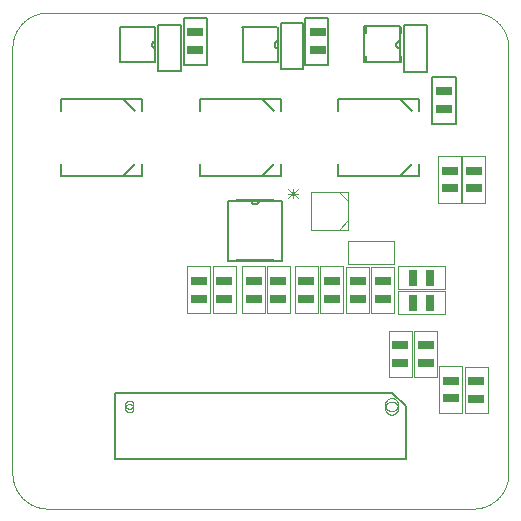
<source format=gbo>
G75*
%MOIN*%
%OFA0B0*%
%FSLAX25Y25*%
%IPPOS*%
%LPD*%
%AMOC8*
5,1,8,0,0,1.08239X$1,22.5*
%
%ADD10C,0.00000*%
%ADD11C,0.00591*%
%ADD12C,0.00600*%
%ADD13C,0.00300*%
%ADD14R,0.05512X0.02559*%
%ADD15R,0.02559X0.05512*%
D10*
X0013311Y0018636D02*
X0155043Y0018636D01*
X0155328Y0018639D01*
X0155614Y0018650D01*
X0155899Y0018667D01*
X0156183Y0018691D01*
X0156467Y0018722D01*
X0156750Y0018760D01*
X0157031Y0018805D01*
X0157312Y0018856D01*
X0157592Y0018914D01*
X0157870Y0018979D01*
X0158146Y0019051D01*
X0158420Y0019129D01*
X0158693Y0019214D01*
X0158963Y0019306D01*
X0159231Y0019404D01*
X0159497Y0019508D01*
X0159760Y0019619D01*
X0160020Y0019736D01*
X0160278Y0019859D01*
X0160532Y0019989D01*
X0160783Y0020125D01*
X0161031Y0020266D01*
X0161275Y0020414D01*
X0161516Y0020567D01*
X0161752Y0020727D01*
X0161985Y0020892D01*
X0162214Y0021062D01*
X0162439Y0021238D01*
X0162659Y0021420D01*
X0162875Y0021606D01*
X0163086Y0021798D01*
X0163293Y0021995D01*
X0163495Y0022197D01*
X0163692Y0022404D01*
X0163884Y0022615D01*
X0164070Y0022831D01*
X0164252Y0023051D01*
X0164428Y0023276D01*
X0164598Y0023505D01*
X0164763Y0023738D01*
X0164923Y0023974D01*
X0165076Y0024215D01*
X0165224Y0024459D01*
X0165365Y0024707D01*
X0165501Y0024958D01*
X0165631Y0025212D01*
X0165754Y0025470D01*
X0165871Y0025730D01*
X0165982Y0025993D01*
X0166086Y0026259D01*
X0166184Y0026527D01*
X0166276Y0026797D01*
X0166361Y0027070D01*
X0166439Y0027344D01*
X0166511Y0027620D01*
X0166576Y0027898D01*
X0166634Y0028178D01*
X0166685Y0028459D01*
X0166730Y0028740D01*
X0166768Y0029023D01*
X0166799Y0029307D01*
X0166823Y0029591D01*
X0166840Y0029876D01*
X0166851Y0030162D01*
X0166854Y0030447D01*
X0166854Y0172179D01*
X0166851Y0172464D01*
X0166840Y0172750D01*
X0166823Y0173035D01*
X0166799Y0173319D01*
X0166768Y0173603D01*
X0166730Y0173886D01*
X0166685Y0174167D01*
X0166634Y0174448D01*
X0166576Y0174728D01*
X0166511Y0175006D01*
X0166439Y0175282D01*
X0166361Y0175556D01*
X0166276Y0175829D01*
X0166184Y0176099D01*
X0166086Y0176367D01*
X0165982Y0176633D01*
X0165871Y0176896D01*
X0165754Y0177156D01*
X0165631Y0177414D01*
X0165501Y0177668D01*
X0165365Y0177919D01*
X0165224Y0178167D01*
X0165076Y0178411D01*
X0164923Y0178652D01*
X0164763Y0178888D01*
X0164598Y0179121D01*
X0164428Y0179350D01*
X0164252Y0179575D01*
X0164070Y0179795D01*
X0163884Y0180011D01*
X0163692Y0180222D01*
X0163495Y0180429D01*
X0163293Y0180631D01*
X0163086Y0180828D01*
X0162875Y0181020D01*
X0162659Y0181206D01*
X0162439Y0181388D01*
X0162214Y0181564D01*
X0161985Y0181734D01*
X0161752Y0181899D01*
X0161516Y0182059D01*
X0161275Y0182212D01*
X0161031Y0182360D01*
X0160783Y0182501D01*
X0160532Y0182637D01*
X0160278Y0182767D01*
X0160020Y0182890D01*
X0159760Y0183007D01*
X0159497Y0183118D01*
X0159231Y0183222D01*
X0158963Y0183320D01*
X0158693Y0183412D01*
X0158420Y0183497D01*
X0158146Y0183575D01*
X0157870Y0183647D01*
X0157592Y0183712D01*
X0157312Y0183770D01*
X0157031Y0183821D01*
X0156750Y0183866D01*
X0156467Y0183904D01*
X0156183Y0183935D01*
X0155899Y0183959D01*
X0155614Y0183976D01*
X0155328Y0183987D01*
X0155043Y0183990D01*
X0013311Y0183990D01*
X0013026Y0183987D01*
X0012740Y0183976D01*
X0012455Y0183959D01*
X0012171Y0183935D01*
X0011887Y0183904D01*
X0011604Y0183866D01*
X0011323Y0183821D01*
X0011042Y0183770D01*
X0010762Y0183712D01*
X0010484Y0183647D01*
X0010208Y0183575D01*
X0009934Y0183497D01*
X0009661Y0183412D01*
X0009391Y0183320D01*
X0009123Y0183222D01*
X0008857Y0183118D01*
X0008594Y0183007D01*
X0008334Y0182890D01*
X0008076Y0182767D01*
X0007822Y0182637D01*
X0007571Y0182501D01*
X0007323Y0182360D01*
X0007079Y0182212D01*
X0006838Y0182059D01*
X0006602Y0181899D01*
X0006369Y0181734D01*
X0006140Y0181564D01*
X0005915Y0181388D01*
X0005695Y0181206D01*
X0005479Y0181020D01*
X0005268Y0180828D01*
X0005061Y0180631D01*
X0004859Y0180429D01*
X0004662Y0180222D01*
X0004470Y0180011D01*
X0004284Y0179795D01*
X0004102Y0179575D01*
X0003926Y0179350D01*
X0003756Y0179121D01*
X0003591Y0178888D01*
X0003431Y0178652D01*
X0003278Y0178411D01*
X0003130Y0178167D01*
X0002989Y0177919D01*
X0002853Y0177668D01*
X0002723Y0177414D01*
X0002600Y0177156D01*
X0002483Y0176896D01*
X0002372Y0176633D01*
X0002268Y0176367D01*
X0002170Y0176099D01*
X0002078Y0175829D01*
X0001993Y0175556D01*
X0001915Y0175282D01*
X0001843Y0175006D01*
X0001778Y0174728D01*
X0001720Y0174448D01*
X0001669Y0174167D01*
X0001624Y0173886D01*
X0001586Y0173603D01*
X0001555Y0173319D01*
X0001531Y0173035D01*
X0001514Y0172750D01*
X0001503Y0172464D01*
X0001500Y0172179D01*
X0001500Y0030447D01*
X0001503Y0030162D01*
X0001514Y0029876D01*
X0001531Y0029591D01*
X0001555Y0029307D01*
X0001586Y0029023D01*
X0001624Y0028740D01*
X0001669Y0028459D01*
X0001720Y0028178D01*
X0001778Y0027898D01*
X0001843Y0027620D01*
X0001915Y0027344D01*
X0001993Y0027070D01*
X0002078Y0026797D01*
X0002170Y0026527D01*
X0002268Y0026259D01*
X0002372Y0025993D01*
X0002483Y0025730D01*
X0002600Y0025470D01*
X0002723Y0025212D01*
X0002853Y0024958D01*
X0002989Y0024707D01*
X0003130Y0024459D01*
X0003278Y0024215D01*
X0003431Y0023974D01*
X0003591Y0023738D01*
X0003756Y0023505D01*
X0003926Y0023276D01*
X0004102Y0023051D01*
X0004284Y0022831D01*
X0004470Y0022615D01*
X0004662Y0022404D01*
X0004859Y0022197D01*
X0005061Y0021995D01*
X0005268Y0021798D01*
X0005479Y0021606D01*
X0005695Y0021420D01*
X0005915Y0021238D01*
X0006140Y0021062D01*
X0006369Y0020892D01*
X0006602Y0020727D01*
X0006838Y0020567D01*
X0007079Y0020414D01*
X0007323Y0020266D01*
X0007571Y0020125D01*
X0007822Y0019989D01*
X0008076Y0019859D01*
X0008334Y0019736D01*
X0008594Y0019619D01*
X0008857Y0019508D01*
X0009123Y0019404D01*
X0009391Y0019306D01*
X0009661Y0019214D01*
X0009934Y0019129D01*
X0010208Y0019051D01*
X0010484Y0018979D01*
X0010762Y0018914D01*
X0011042Y0018856D01*
X0011323Y0018805D01*
X0011604Y0018760D01*
X0011887Y0018722D01*
X0012171Y0018691D01*
X0012455Y0018667D01*
X0012740Y0018650D01*
X0013026Y0018639D01*
X0013311Y0018636D01*
X0039098Y0052100D02*
X0039100Y0052174D01*
X0039106Y0052248D01*
X0039116Y0052321D01*
X0039130Y0052394D01*
X0039147Y0052466D01*
X0039169Y0052536D01*
X0039194Y0052606D01*
X0039223Y0052674D01*
X0039256Y0052740D01*
X0039292Y0052805D01*
X0039332Y0052867D01*
X0039374Y0052928D01*
X0039420Y0052986D01*
X0039469Y0053041D01*
X0039521Y0053094D01*
X0039576Y0053144D01*
X0039633Y0053190D01*
X0039693Y0053234D01*
X0039755Y0053274D01*
X0039819Y0053311D01*
X0039885Y0053345D01*
X0039953Y0053375D01*
X0040022Y0053401D01*
X0040093Y0053424D01*
X0040164Y0053442D01*
X0040237Y0053457D01*
X0040310Y0053468D01*
X0040384Y0053475D01*
X0040458Y0053478D01*
X0040531Y0053477D01*
X0040605Y0053472D01*
X0040679Y0053463D01*
X0040752Y0053450D01*
X0040824Y0053433D01*
X0040895Y0053413D01*
X0040965Y0053388D01*
X0041033Y0053360D01*
X0041100Y0053329D01*
X0041165Y0053293D01*
X0041228Y0053255D01*
X0041289Y0053213D01*
X0041348Y0053167D01*
X0041404Y0053119D01*
X0041457Y0053068D01*
X0041507Y0053014D01*
X0041555Y0052957D01*
X0041599Y0052898D01*
X0041641Y0052836D01*
X0041679Y0052773D01*
X0041713Y0052707D01*
X0041744Y0052640D01*
X0041771Y0052571D01*
X0041794Y0052501D01*
X0041814Y0052430D01*
X0041830Y0052357D01*
X0041842Y0052284D01*
X0041850Y0052211D01*
X0041854Y0052137D01*
X0041854Y0052063D01*
X0041850Y0051989D01*
X0041842Y0051916D01*
X0041830Y0051843D01*
X0041814Y0051770D01*
X0041794Y0051699D01*
X0041771Y0051629D01*
X0041744Y0051560D01*
X0041713Y0051493D01*
X0041679Y0051427D01*
X0041641Y0051364D01*
X0041599Y0051302D01*
X0041555Y0051243D01*
X0041507Y0051186D01*
X0041457Y0051132D01*
X0041404Y0051081D01*
X0041348Y0051033D01*
X0041289Y0050987D01*
X0041228Y0050945D01*
X0041165Y0050907D01*
X0041100Y0050871D01*
X0041033Y0050840D01*
X0040965Y0050812D01*
X0040895Y0050787D01*
X0040824Y0050767D01*
X0040752Y0050750D01*
X0040679Y0050737D01*
X0040605Y0050728D01*
X0040531Y0050723D01*
X0040458Y0050722D01*
X0040384Y0050725D01*
X0040310Y0050732D01*
X0040237Y0050743D01*
X0040164Y0050758D01*
X0040093Y0050776D01*
X0040022Y0050799D01*
X0039953Y0050825D01*
X0039885Y0050855D01*
X0039819Y0050889D01*
X0039755Y0050926D01*
X0039693Y0050966D01*
X0039633Y0051010D01*
X0039576Y0051056D01*
X0039521Y0051106D01*
X0039469Y0051159D01*
X0039420Y0051214D01*
X0039374Y0051272D01*
X0039332Y0051333D01*
X0039292Y0051395D01*
X0039256Y0051460D01*
X0039223Y0051526D01*
X0039194Y0051594D01*
X0039169Y0051664D01*
X0039147Y0051734D01*
X0039130Y0051806D01*
X0039116Y0051879D01*
X0039106Y0051952D01*
X0039100Y0052026D01*
X0039098Y0052100D01*
X0039098Y0053281D02*
X0039100Y0053355D01*
X0039106Y0053429D01*
X0039116Y0053502D01*
X0039130Y0053575D01*
X0039147Y0053647D01*
X0039169Y0053717D01*
X0039194Y0053787D01*
X0039223Y0053855D01*
X0039256Y0053921D01*
X0039292Y0053986D01*
X0039332Y0054048D01*
X0039374Y0054109D01*
X0039420Y0054167D01*
X0039469Y0054222D01*
X0039521Y0054275D01*
X0039576Y0054325D01*
X0039633Y0054371D01*
X0039693Y0054415D01*
X0039755Y0054455D01*
X0039819Y0054492D01*
X0039885Y0054526D01*
X0039953Y0054556D01*
X0040022Y0054582D01*
X0040093Y0054605D01*
X0040164Y0054623D01*
X0040237Y0054638D01*
X0040310Y0054649D01*
X0040384Y0054656D01*
X0040458Y0054659D01*
X0040531Y0054658D01*
X0040605Y0054653D01*
X0040679Y0054644D01*
X0040752Y0054631D01*
X0040824Y0054614D01*
X0040895Y0054594D01*
X0040965Y0054569D01*
X0041033Y0054541D01*
X0041100Y0054510D01*
X0041165Y0054474D01*
X0041228Y0054436D01*
X0041289Y0054394D01*
X0041348Y0054348D01*
X0041404Y0054300D01*
X0041457Y0054249D01*
X0041507Y0054195D01*
X0041555Y0054138D01*
X0041599Y0054079D01*
X0041641Y0054017D01*
X0041679Y0053954D01*
X0041713Y0053888D01*
X0041744Y0053821D01*
X0041771Y0053752D01*
X0041794Y0053682D01*
X0041814Y0053611D01*
X0041830Y0053538D01*
X0041842Y0053465D01*
X0041850Y0053392D01*
X0041854Y0053318D01*
X0041854Y0053244D01*
X0041850Y0053170D01*
X0041842Y0053097D01*
X0041830Y0053024D01*
X0041814Y0052951D01*
X0041794Y0052880D01*
X0041771Y0052810D01*
X0041744Y0052741D01*
X0041713Y0052674D01*
X0041679Y0052608D01*
X0041641Y0052545D01*
X0041599Y0052483D01*
X0041555Y0052424D01*
X0041507Y0052367D01*
X0041457Y0052313D01*
X0041404Y0052262D01*
X0041348Y0052214D01*
X0041289Y0052168D01*
X0041228Y0052126D01*
X0041165Y0052088D01*
X0041100Y0052052D01*
X0041033Y0052021D01*
X0040965Y0051993D01*
X0040895Y0051968D01*
X0040824Y0051948D01*
X0040752Y0051931D01*
X0040679Y0051918D01*
X0040605Y0051909D01*
X0040531Y0051904D01*
X0040458Y0051903D01*
X0040384Y0051906D01*
X0040310Y0051913D01*
X0040237Y0051924D01*
X0040164Y0051939D01*
X0040093Y0051957D01*
X0040022Y0051980D01*
X0039953Y0052006D01*
X0039885Y0052036D01*
X0039819Y0052070D01*
X0039755Y0052107D01*
X0039693Y0052147D01*
X0039633Y0052191D01*
X0039576Y0052237D01*
X0039521Y0052287D01*
X0039469Y0052340D01*
X0039420Y0052395D01*
X0039374Y0052453D01*
X0039332Y0052514D01*
X0039292Y0052576D01*
X0039256Y0052641D01*
X0039223Y0052707D01*
X0039194Y0052775D01*
X0039169Y0052845D01*
X0039147Y0052915D01*
X0039130Y0052987D01*
X0039116Y0053060D01*
X0039106Y0053133D01*
X0039100Y0053207D01*
X0039098Y0053281D01*
X0125713Y0053281D02*
X0125715Y0053374D01*
X0125721Y0053466D01*
X0125731Y0053558D01*
X0125745Y0053649D01*
X0125762Y0053740D01*
X0125784Y0053830D01*
X0125809Y0053919D01*
X0125838Y0054007D01*
X0125871Y0054093D01*
X0125908Y0054178D01*
X0125948Y0054262D01*
X0125992Y0054343D01*
X0126039Y0054423D01*
X0126089Y0054501D01*
X0126143Y0054576D01*
X0126200Y0054649D01*
X0126260Y0054719D01*
X0126323Y0054787D01*
X0126389Y0054852D01*
X0126457Y0054914D01*
X0126528Y0054974D01*
X0126602Y0055030D01*
X0126678Y0055083D01*
X0126756Y0055132D01*
X0126836Y0055179D01*
X0126918Y0055221D01*
X0127002Y0055261D01*
X0127087Y0055296D01*
X0127174Y0055328D01*
X0127262Y0055357D01*
X0127351Y0055381D01*
X0127441Y0055402D01*
X0127532Y0055418D01*
X0127624Y0055431D01*
X0127716Y0055440D01*
X0127809Y0055445D01*
X0127901Y0055446D01*
X0127994Y0055443D01*
X0128086Y0055436D01*
X0128178Y0055425D01*
X0128269Y0055410D01*
X0128360Y0055392D01*
X0128450Y0055369D01*
X0128538Y0055343D01*
X0128626Y0055313D01*
X0128712Y0055279D01*
X0128796Y0055242D01*
X0128879Y0055200D01*
X0128960Y0055156D01*
X0129040Y0055108D01*
X0129117Y0055057D01*
X0129191Y0055002D01*
X0129264Y0054944D01*
X0129334Y0054884D01*
X0129401Y0054820D01*
X0129465Y0054754D01*
X0129527Y0054684D01*
X0129585Y0054613D01*
X0129640Y0054539D01*
X0129692Y0054462D01*
X0129741Y0054383D01*
X0129787Y0054303D01*
X0129829Y0054220D01*
X0129867Y0054136D01*
X0129902Y0054050D01*
X0129933Y0053963D01*
X0129960Y0053875D01*
X0129983Y0053785D01*
X0130003Y0053695D01*
X0130019Y0053604D01*
X0130031Y0053512D01*
X0130039Y0053420D01*
X0130043Y0053327D01*
X0130043Y0053235D01*
X0130039Y0053142D01*
X0130031Y0053050D01*
X0130019Y0052958D01*
X0130003Y0052867D01*
X0129983Y0052777D01*
X0129960Y0052687D01*
X0129933Y0052599D01*
X0129902Y0052512D01*
X0129867Y0052426D01*
X0129829Y0052342D01*
X0129787Y0052259D01*
X0129741Y0052179D01*
X0129692Y0052100D01*
X0129640Y0052023D01*
X0129585Y0051949D01*
X0129527Y0051878D01*
X0129465Y0051808D01*
X0129401Y0051742D01*
X0129334Y0051678D01*
X0129264Y0051618D01*
X0129191Y0051560D01*
X0129117Y0051505D01*
X0129040Y0051454D01*
X0128961Y0051406D01*
X0128879Y0051362D01*
X0128796Y0051320D01*
X0128712Y0051283D01*
X0128626Y0051249D01*
X0128538Y0051219D01*
X0128450Y0051193D01*
X0128360Y0051170D01*
X0128269Y0051152D01*
X0128178Y0051137D01*
X0128086Y0051126D01*
X0127994Y0051119D01*
X0127901Y0051116D01*
X0127809Y0051117D01*
X0127716Y0051122D01*
X0127624Y0051131D01*
X0127532Y0051144D01*
X0127441Y0051160D01*
X0127351Y0051181D01*
X0127262Y0051205D01*
X0127174Y0051234D01*
X0127087Y0051266D01*
X0127002Y0051301D01*
X0126918Y0051341D01*
X0126836Y0051383D01*
X0126756Y0051430D01*
X0126678Y0051479D01*
X0126602Y0051532D01*
X0126528Y0051588D01*
X0126457Y0051648D01*
X0126389Y0051710D01*
X0126323Y0051775D01*
X0126260Y0051843D01*
X0126200Y0051913D01*
X0126143Y0051986D01*
X0126089Y0052061D01*
X0126039Y0052139D01*
X0125992Y0052219D01*
X0125948Y0052300D01*
X0125908Y0052384D01*
X0125871Y0052469D01*
X0125838Y0052555D01*
X0125809Y0052643D01*
X0125784Y0052732D01*
X0125762Y0052822D01*
X0125745Y0052913D01*
X0125731Y0053004D01*
X0125721Y0053096D01*
X0125715Y0053188D01*
X0125713Y0053281D01*
X0125713Y0052100D02*
X0125715Y0052193D01*
X0125721Y0052285D01*
X0125731Y0052377D01*
X0125745Y0052468D01*
X0125762Y0052559D01*
X0125784Y0052649D01*
X0125809Y0052738D01*
X0125838Y0052826D01*
X0125871Y0052912D01*
X0125908Y0052997D01*
X0125948Y0053081D01*
X0125992Y0053162D01*
X0126039Y0053242D01*
X0126089Y0053320D01*
X0126143Y0053395D01*
X0126200Y0053468D01*
X0126260Y0053538D01*
X0126323Y0053606D01*
X0126389Y0053671D01*
X0126457Y0053733D01*
X0126528Y0053793D01*
X0126602Y0053849D01*
X0126678Y0053902D01*
X0126756Y0053951D01*
X0126836Y0053998D01*
X0126918Y0054040D01*
X0127002Y0054080D01*
X0127087Y0054115D01*
X0127174Y0054147D01*
X0127262Y0054176D01*
X0127351Y0054200D01*
X0127441Y0054221D01*
X0127532Y0054237D01*
X0127624Y0054250D01*
X0127716Y0054259D01*
X0127809Y0054264D01*
X0127901Y0054265D01*
X0127994Y0054262D01*
X0128086Y0054255D01*
X0128178Y0054244D01*
X0128269Y0054229D01*
X0128360Y0054211D01*
X0128450Y0054188D01*
X0128538Y0054162D01*
X0128626Y0054132D01*
X0128712Y0054098D01*
X0128796Y0054061D01*
X0128879Y0054019D01*
X0128960Y0053975D01*
X0129040Y0053927D01*
X0129117Y0053876D01*
X0129191Y0053821D01*
X0129264Y0053763D01*
X0129334Y0053703D01*
X0129401Y0053639D01*
X0129465Y0053573D01*
X0129527Y0053503D01*
X0129585Y0053432D01*
X0129640Y0053358D01*
X0129692Y0053281D01*
X0129741Y0053202D01*
X0129787Y0053122D01*
X0129829Y0053039D01*
X0129867Y0052955D01*
X0129902Y0052869D01*
X0129933Y0052782D01*
X0129960Y0052694D01*
X0129983Y0052604D01*
X0130003Y0052514D01*
X0130019Y0052423D01*
X0130031Y0052331D01*
X0130039Y0052239D01*
X0130043Y0052146D01*
X0130043Y0052054D01*
X0130039Y0051961D01*
X0130031Y0051869D01*
X0130019Y0051777D01*
X0130003Y0051686D01*
X0129983Y0051596D01*
X0129960Y0051506D01*
X0129933Y0051418D01*
X0129902Y0051331D01*
X0129867Y0051245D01*
X0129829Y0051161D01*
X0129787Y0051078D01*
X0129741Y0050998D01*
X0129692Y0050919D01*
X0129640Y0050842D01*
X0129585Y0050768D01*
X0129527Y0050697D01*
X0129465Y0050627D01*
X0129401Y0050561D01*
X0129334Y0050497D01*
X0129264Y0050437D01*
X0129191Y0050379D01*
X0129117Y0050324D01*
X0129040Y0050273D01*
X0128961Y0050225D01*
X0128879Y0050181D01*
X0128796Y0050139D01*
X0128712Y0050102D01*
X0128626Y0050068D01*
X0128538Y0050038D01*
X0128450Y0050012D01*
X0128360Y0049989D01*
X0128269Y0049971D01*
X0128178Y0049956D01*
X0128086Y0049945D01*
X0127994Y0049938D01*
X0127901Y0049935D01*
X0127809Y0049936D01*
X0127716Y0049941D01*
X0127624Y0049950D01*
X0127532Y0049963D01*
X0127441Y0049979D01*
X0127351Y0050000D01*
X0127262Y0050024D01*
X0127174Y0050053D01*
X0127087Y0050085D01*
X0127002Y0050120D01*
X0126918Y0050160D01*
X0126836Y0050202D01*
X0126756Y0050249D01*
X0126678Y0050298D01*
X0126602Y0050351D01*
X0126528Y0050407D01*
X0126457Y0050467D01*
X0126389Y0050529D01*
X0126323Y0050594D01*
X0126260Y0050662D01*
X0126200Y0050732D01*
X0126143Y0050805D01*
X0126089Y0050880D01*
X0126039Y0050958D01*
X0125992Y0051038D01*
X0125948Y0051119D01*
X0125908Y0051203D01*
X0125871Y0051288D01*
X0125838Y0051374D01*
X0125809Y0051462D01*
X0125784Y0051551D01*
X0125762Y0051641D01*
X0125745Y0051732D01*
X0125731Y0051823D01*
X0125721Y0051915D01*
X0125715Y0052007D01*
X0125713Y0052100D01*
D11*
X0128272Y0057219D02*
X0035752Y0057219D01*
X0035752Y0035171D01*
X0141461Y0146982D02*
X0141461Y0162533D01*
X0149236Y0162533D01*
X0149236Y0146982D01*
X0141461Y0146982D01*
X0139689Y0164207D02*
X0132012Y0164207D01*
X0132012Y0179758D01*
X0139689Y0179758D01*
X0139689Y0164207D01*
X0130634Y0167455D02*
X0130634Y0174541D01*
X0130634Y0179364D01*
X0118823Y0179364D01*
X0118823Y0167455D01*
X0130634Y0167455D01*
X0130535Y0172179D02*
X0130472Y0172181D01*
X0130409Y0172186D01*
X0130347Y0172195D01*
X0130285Y0172208D01*
X0130224Y0172224D01*
X0130165Y0172244D01*
X0130106Y0172268D01*
X0130049Y0172294D01*
X0129994Y0172324D01*
X0129940Y0172357D01*
X0129888Y0172393D01*
X0129839Y0172432D01*
X0129792Y0172474D01*
X0129747Y0172519D01*
X0129705Y0172566D01*
X0129666Y0172615D01*
X0129630Y0172667D01*
X0129597Y0172721D01*
X0129567Y0172776D01*
X0129541Y0172833D01*
X0129517Y0172892D01*
X0129497Y0172951D01*
X0129481Y0173012D01*
X0129468Y0173074D01*
X0129459Y0173136D01*
X0129454Y0173199D01*
X0129452Y0173262D01*
X0129453Y0173262D02*
X0129453Y0173360D01*
X0129455Y0173426D01*
X0129460Y0173492D01*
X0129470Y0173558D01*
X0129483Y0173623D01*
X0129499Y0173687D01*
X0129519Y0173750D01*
X0129543Y0173812D01*
X0129570Y0173872D01*
X0129600Y0173931D01*
X0129634Y0173988D01*
X0129671Y0174043D01*
X0129711Y0174096D01*
X0129753Y0174147D01*
X0129799Y0174195D01*
X0129847Y0174241D01*
X0129898Y0174283D01*
X0129951Y0174323D01*
X0130006Y0174360D01*
X0130063Y0174394D01*
X0130122Y0174424D01*
X0130182Y0174451D01*
X0130244Y0174475D01*
X0130307Y0174495D01*
X0130371Y0174511D01*
X0130436Y0174524D01*
X0130502Y0174534D01*
X0130568Y0174539D01*
X0130634Y0174541D01*
X0106618Y0182022D02*
X0106618Y0166470D01*
X0099039Y0166470D01*
X0099039Y0182022D01*
X0106618Y0182022D01*
X0098449Y0180644D02*
X0098449Y0165093D01*
X0090870Y0165093D01*
X0090870Y0180644D01*
X0098449Y0180644D01*
X0089689Y0179266D02*
X0077878Y0179266D01*
X0078272Y0177199D02*
X0078272Y0167455D01*
X0090083Y0167455D01*
X0090083Y0171982D01*
X0090083Y0177002D01*
X0089984Y0174639D02*
X0089916Y0174629D01*
X0089848Y0174615D01*
X0089780Y0174597D01*
X0089714Y0174575D01*
X0089650Y0174550D01*
X0089586Y0174521D01*
X0089525Y0174489D01*
X0089465Y0174453D01*
X0089408Y0174414D01*
X0089353Y0174372D01*
X0089300Y0174327D01*
X0089250Y0174279D01*
X0089202Y0174228D01*
X0089158Y0174174D01*
X0089116Y0174119D01*
X0089078Y0174061D01*
X0089043Y0174000D01*
X0089012Y0173938D01*
X0088984Y0173875D01*
X0088960Y0173810D01*
X0088939Y0173743D01*
X0088922Y0173676D01*
X0088909Y0173608D01*
X0088900Y0173539D01*
X0088894Y0173470D01*
X0088893Y0173400D01*
X0088895Y0173331D01*
X0088902Y0173261D01*
X0088902Y0173262D02*
X0088901Y0173193D01*
X0088904Y0173124D01*
X0088911Y0173055D01*
X0088922Y0172987D01*
X0088936Y0172920D01*
X0088955Y0172853D01*
X0088977Y0172788D01*
X0089002Y0172724D01*
X0089032Y0172661D01*
X0089064Y0172600D01*
X0089100Y0172541D01*
X0089140Y0172485D01*
X0089182Y0172430D01*
X0089227Y0172378D01*
X0089276Y0172329D01*
X0089327Y0172282D01*
X0089380Y0172238D01*
X0089436Y0172198D01*
X0089494Y0172160D01*
X0089554Y0172126D01*
X0089616Y0172095D01*
X0089679Y0172068D01*
X0089744Y0172045D01*
X0089810Y0172025D01*
X0089877Y0172009D01*
X0089945Y0171996D01*
X0090014Y0171988D01*
X0090083Y0171983D01*
X0066264Y0166569D02*
X0066264Y0182120D01*
X0058587Y0182120D01*
X0058587Y0166569D01*
X0066264Y0166569D01*
X0057799Y0164502D02*
X0050122Y0164502D01*
X0050122Y0179955D01*
X0057799Y0179955D01*
X0057799Y0164502D01*
X0048941Y0167455D02*
X0037327Y0167455D01*
X0037327Y0169325D02*
X0037327Y0179266D01*
X0048941Y0179266D01*
X0049138Y0177002D02*
X0049138Y0174541D01*
X0049138Y0172278D01*
X0049138Y0169719D01*
X0049138Y0172277D02*
X0049075Y0172279D01*
X0049012Y0172284D01*
X0048950Y0172293D01*
X0048888Y0172306D01*
X0048827Y0172322D01*
X0048768Y0172342D01*
X0048709Y0172366D01*
X0048652Y0172392D01*
X0048597Y0172422D01*
X0048543Y0172455D01*
X0048491Y0172491D01*
X0048442Y0172530D01*
X0048395Y0172572D01*
X0048350Y0172617D01*
X0048308Y0172664D01*
X0048269Y0172713D01*
X0048233Y0172765D01*
X0048200Y0172819D01*
X0048170Y0172874D01*
X0048144Y0172931D01*
X0048120Y0172990D01*
X0048100Y0173049D01*
X0048084Y0173110D01*
X0048071Y0173172D01*
X0048062Y0173234D01*
X0048057Y0173297D01*
X0048055Y0173360D01*
X0048054Y0173426D01*
X0048057Y0173492D01*
X0048064Y0173557D01*
X0048074Y0173622D01*
X0048089Y0173686D01*
X0048107Y0173750D01*
X0048128Y0173812D01*
X0048153Y0173873D01*
X0048182Y0173932D01*
X0048214Y0173990D01*
X0048250Y0174045D01*
X0048288Y0174099D01*
X0048330Y0174150D01*
X0048374Y0174199D01*
X0048422Y0174244D01*
X0048472Y0174288D01*
X0048524Y0174328D01*
X0048578Y0174365D01*
X0048635Y0174398D01*
X0048693Y0174429D01*
X0048754Y0174456D01*
X0048815Y0174479D01*
X0048878Y0174499D01*
X0048942Y0174515D01*
X0049007Y0174528D01*
X0049072Y0174536D01*
X0049138Y0174541D01*
D12*
X0049132Y0177060D02*
X0049132Y0179260D01*
X0049132Y0169660D02*
X0049132Y0167460D01*
X0037332Y0167460D02*
X0037332Y0169660D01*
X0037332Y0177060D02*
X0037332Y0179260D01*
X0038424Y0155255D02*
X0042424Y0151255D01*
X0044824Y0151255D02*
X0044824Y0155255D01*
X0017624Y0155255D01*
X0017624Y0151255D01*
X0017624Y0133655D02*
X0017624Y0129655D01*
X0044824Y0129655D01*
X0044824Y0133655D01*
X0042424Y0133655D02*
X0038424Y0129655D01*
X0063884Y0129655D02*
X0063884Y0133655D01*
X0063884Y0129655D02*
X0091084Y0129655D01*
X0091084Y0133655D01*
X0088684Y0133655D02*
X0084684Y0129655D01*
X0083606Y0121352D02*
X0081206Y0121352D01*
X0076006Y0121352D01*
X0073449Y0121293D02*
X0073449Y0101313D01*
X0091264Y0101313D01*
X0091264Y0121293D01*
X0083587Y0121293D01*
X0073449Y0121293D01*
X0081224Y0121195D02*
X0081226Y0121132D01*
X0081231Y0121069D01*
X0081240Y0121007D01*
X0081253Y0120945D01*
X0081269Y0120884D01*
X0081289Y0120825D01*
X0081313Y0120766D01*
X0081339Y0120709D01*
X0081369Y0120654D01*
X0081402Y0120600D01*
X0081438Y0120548D01*
X0081477Y0120499D01*
X0081519Y0120452D01*
X0081564Y0120407D01*
X0081611Y0120365D01*
X0081660Y0120326D01*
X0081712Y0120290D01*
X0081766Y0120257D01*
X0081821Y0120227D01*
X0081878Y0120201D01*
X0081937Y0120177D01*
X0081996Y0120157D01*
X0082057Y0120141D01*
X0082119Y0120128D01*
X0082181Y0120119D01*
X0082244Y0120114D01*
X0082307Y0120112D01*
X0082406Y0120112D01*
X0082472Y0120114D01*
X0082538Y0120119D01*
X0082604Y0120129D01*
X0082669Y0120142D01*
X0082733Y0120158D01*
X0082796Y0120178D01*
X0082858Y0120202D01*
X0082918Y0120229D01*
X0082977Y0120259D01*
X0083034Y0120293D01*
X0083089Y0120330D01*
X0083142Y0120370D01*
X0083193Y0120412D01*
X0083241Y0120458D01*
X0083287Y0120506D01*
X0083329Y0120557D01*
X0083369Y0120610D01*
X0083406Y0120665D01*
X0083440Y0120722D01*
X0083470Y0120781D01*
X0083497Y0120841D01*
X0083521Y0120903D01*
X0083541Y0120966D01*
X0083557Y0121030D01*
X0083570Y0121095D01*
X0083580Y0121161D01*
X0083585Y0121227D01*
X0083587Y0121293D01*
X0083606Y0121352D02*
X0088806Y0121352D01*
X0083606Y0121352D02*
X0083604Y0121283D01*
X0083598Y0121215D01*
X0083588Y0121147D01*
X0083575Y0121080D01*
X0083557Y0121014D01*
X0083536Y0120949D01*
X0083511Y0120885D01*
X0083483Y0120823D01*
X0083451Y0120762D01*
X0083416Y0120703D01*
X0083377Y0120647D01*
X0083335Y0120592D01*
X0083290Y0120541D01*
X0083242Y0120491D01*
X0083192Y0120445D01*
X0083139Y0120402D01*
X0083083Y0120361D01*
X0083026Y0120324D01*
X0082966Y0120291D01*
X0082904Y0120260D01*
X0082841Y0120234D01*
X0082777Y0120211D01*
X0082711Y0120191D01*
X0082644Y0120176D01*
X0082577Y0120164D01*
X0082509Y0120156D01*
X0082440Y0120152D01*
X0082372Y0120152D01*
X0082303Y0120156D01*
X0082235Y0120164D01*
X0082168Y0120176D01*
X0082101Y0120191D01*
X0082035Y0120211D01*
X0081971Y0120234D01*
X0081908Y0120260D01*
X0081846Y0120291D01*
X0081786Y0120324D01*
X0081729Y0120361D01*
X0081673Y0120402D01*
X0081620Y0120445D01*
X0081570Y0120491D01*
X0081522Y0120541D01*
X0081477Y0120592D01*
X0081435Y0120647D01*
X0081396Y0120703D01*
X0081361Y0120762D01*
X0081329Y0120823D01*
X0081301Y0120885D01*
X0081276Y0120949D01*
X0081255Y0121014D01*
X0081237Y0121080D01*
X0081224Y0121147D01*
X0081214Y0121215D01*
X0081208Y0121283D01*
X0081206Y0121352D01*
X0076006Y0101352D02*
X0088806Y0101352D01*
X0109947Y0129655D02*
X0109947Y0133655D01*
X0109947Y0129655D02*
X0137147Y0129655D01*
X0137147Y0133655D01*
X0134747Y0133655D02*
X0130747Y0129655D01*
X0134747Y0151255D02*
X0130747Y0155255D01*
X0137147Y0155255D02*
X0137147Y0151255D01*
X0137147Y0155255D02*
X0109947Y0155255D01*
X0109947Y0151255D01*
X0119222Y0167460D02*
X0119222Y0169660D01*
X0119222Y0177060D02*
X0119222Y0179260D01*
X0131022Y0179260D02*
X0131022Y0177060D01*
X0131022Y0169660D02*
X0131022Y0167460D01*
X0091084Y0155255D02*
X0091084Y0151255D01*
X0088684Y0151255D02*
X0084684Y0155255D01*
X0091084Y0155255D02*
X0063884Y0155255D01*
X0063884Y0151255D01*
X0078277Y0167460D02*
X0078277Y0169660D01*
X0078277Y0177060D02*
X0078277Y0179260D01*
X0090077Y0179260D02*
X0090077Y0177060D01*
X0090077Y0169660D02*
X0090077Y0167460D01*
X0128173Y0057317D02*
X0132701Y0052789D01*
X0132701Y0035171D01*
X0035752Y0035171D01*
D13*
X0059768Y0083793D02*
X0059768Y0099344D01*
X0067445Y0099344D01*
X0067445Y0083793D01*
X0059768Y0083793D01*
X0068331Y0083892D02*
X0068331Y0099443D01*
X0076008Y0099443D01*
X0076008Y0083892D01*
X0068331Y0083892D01*
X0078075Y0083793D02*
X0078075Y0099344D01*
X0085752Y0099344D01*
X0085752Y0083793D01*
X0078075Y0083793D01*
X0086343Y0083793D02*
X0086343Y0099344D01*
X0094020Y0099344D01*
X0094020Y0083793D01*
X0086343Y0083793D01*
X0095693Y0083793D02*
X0095693Y0099344D01*
X0103370Y0099344D01*
X0103370Y0083793D01*
X0095693Y0083793D01*
X0104157Y0083793D02*
X0104157Y0099344D01*
X0111835Y0099344D01*
X0111835Y0083793D01*
X0104157Y0083793D01*
X0112720Y0083695D02*
X0112720Y0099246D01*
X0120398Y0099246D01*
X0120398Y0083695D01*
X0112720Y0083695D01*
X0121087Y0083695D02*
X0121087Y0099246D01*
X0128764Y0099246D01*
X0128764Y0083695D01*
X0121087Y0083695D01*
X0126992Y0077986D02*
X0126992Y0062435D01*
X0134669Y0062435D01*
X0134669Y0077986D01*
X0126992Y0077986D01*
X0130043Y0083400D02*
X0145594Y0083400D01*
X0145594Y0091175D01*
X0130043Y0091175D01*
X0130043Y0083400D01*
X0135457Y0077986D02*
X0143134Y0077986D01*
X0143134Y0062435D01*
X0135457Y0062435D01*
X0135457Y0077986D01*
X0143823Y0066077D02*
X0151500Y0066077D01*
X0151500Y0050526D01*
X0143823Y0050526D01*
X0143823Y0066077D01*
X0152287Y0065978D02*
X0159965Y0065978D01*
X0159965Y0050427D01*
X0152287Y0050427D01*
X0152287Y0065978D01*
X0145693Y0091667D02*
X0130142Y0091667D01*
X0130142Y0099344D01*
X0145693Y0099344D01*
X0145693Y0091667D01*
X0128764Y0100033D02*
X0128764Y0107711D01*
X0113213Y0107711D01*
X0113213Y0100033D01*
X0128764Y0100033D01*
X0113508Y0111549D02*
X0100909Y0111549D01*
X0100909Y0124148D01*
X0110457Y0124148D01*
X0113508Y0121096D01*
X0113508Y0114797D01*
X0110260Y0111451D01*
X0113508Y0111549D02*
X0113508Y0114797D01*
X0113508Y0121096D02*
X0113508Y0124148D01*
X0110457Y0124148D01*
X0096556Y0123654D02*
X0093420Y0123654D01*
X0093420Y0122086D02*
X0096556Y0125222D01*
X0094988Y0125222D02*
X0094988Y0122086D01*
X0096556Y0122086D02*
X0093420Y0125222D01*
X0143331Y0120506D02*
X0143331Y0136057D01*
X0151106Y0136057D01*
X0151106Y0120506D01*
X0143331Y0120506D01*
X0151500Y0120506D02*
X0151500Y0136057D01*
X0159177Y0136057D01*
X0159177Y0120506D01*
X0151500Y0120506D01*
D14*
X0155333Y0125402D03*
X0155333Y0131202D03*
X0147262Y0131202D03*
X0147262Y0125402D03*
X0145293Y0151878D03*
X0145293Y0157678D03*
X0103463Y0171662D03*
X0103463Y0177462D03*
X0062518Y0177462D03*
X0062518Y0171662D03*
X0063600Y0094391D03*
X0063600Y0088591D03*
X0072175Y0088550D03*
X0072175Y0094350D03*
X0081907Y0094391D03*
X0081907Y0088591D03*
X0090187Y0088550D03*
X0090187Y0094350D03*
X0099526Y0094391D03*
X0099526Y0088591D03*
X0108002Y0088550D03*
X0108002Y0094350D03*
X0116553Y0094391D03*
X0116553Y0088591D03*
X0124931Y0088550D03*
X0124931Y0094350D03*
X0130825Y0073131D03*
X0130825Y0067331D03*
X0139301Y0067290D03*
X0139301Y0073090D03*
X0147656Y0061222D03*
X0147656Y0055422D03*
X0156132Y0055282D03*
X0156132Y0061082D03*
D15*
X0140698Y0087331D03*
X0134898Y0087331D03*
X0135038Y0095512D03*
X0140838Y0095512D03*
M02*

</source>
